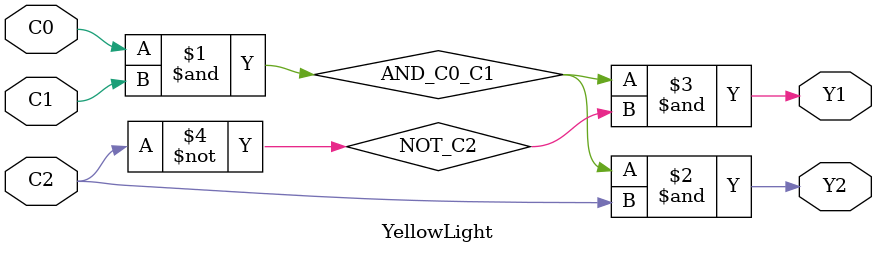
<source format=v>
`timescale 1ns / 1ps


module YellowLight(
    input C0,
    input C1,
    input C2,
    output Y1,
    output Y2
    );
    wire NOT_C2,AND_C0_C1;
    and AND_1(AND_C0_C1,C0,C1);
    not NOT_2(NOT_C2,C2);
    and AND_2(Y2,AND_C0_C1,C2);
    and AND_3(Y1,AND_C0_C1,NOT_C2);
endmodule

</source>
